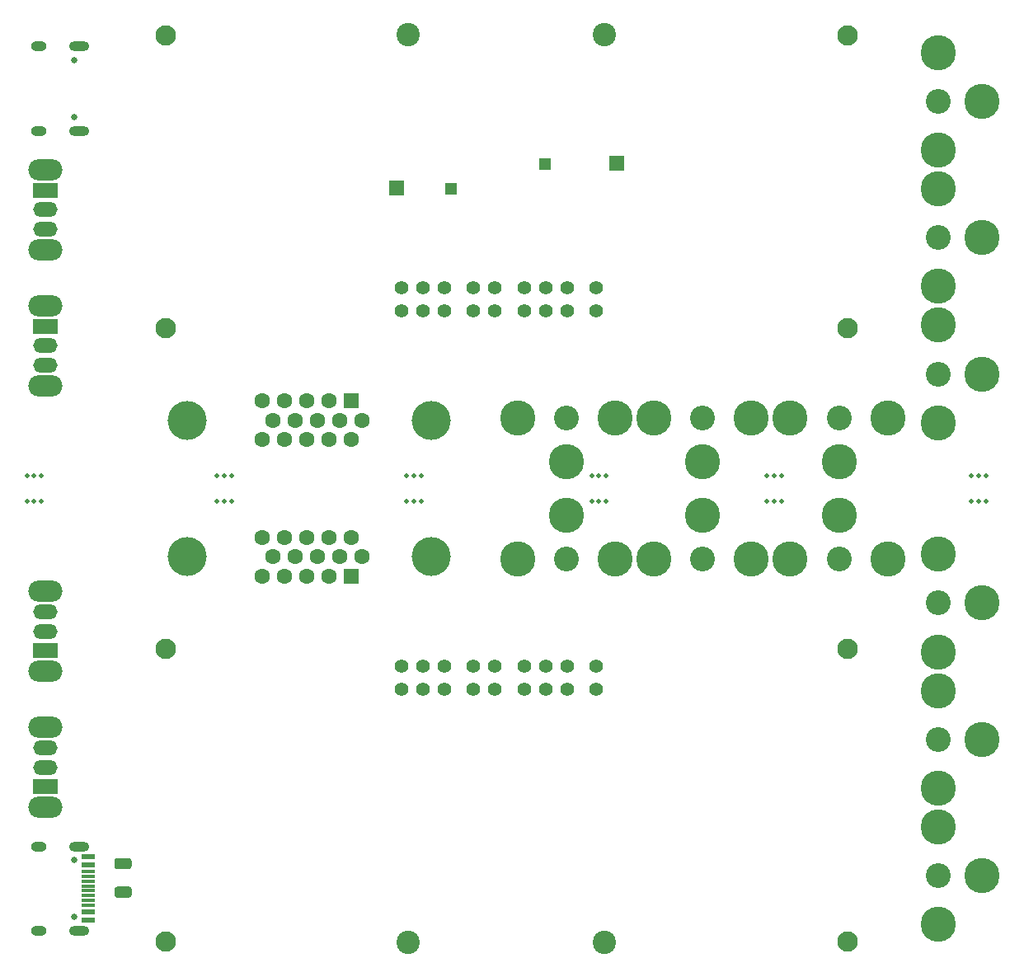
<source format=gbr>
%TF.GenerationSoftware,KiCad,Pcbnew,(5.1.10)-1*%
%TF.CreationDate,2021-12-13T12:24:24+01:00*%
%TF.ProjectId,Analog2HDMI_panel,416e616c-6f67-4324-9844-4d495f70616e,rev?*%
%TF.SameCoordinates,Original*%
%TF.FileFunction,Soldermask,Bot*%
%TF.FilePolarity,Negative*%
%FSLAX46Y46*%
G04 Gerber Fmt 4.6, Leading zero omitted, Abs format (unit mm)*
G04 Created by KiCad (PCBNEW (5.1.10)-1) date 2021-12-13 12:24:24*
%MOMM*%
%LPD*%
G01*
G04 APERTURE LIST*
%ADD10C,2.100000*%
%ADD11R,1.600000X1.600000*%
%ADD12C,1.600000*%
%ADD13C,4.000000*%
%ADD14C,3.616000*%
%ADD15C,2.550000*%
%ADD16C,2.400000*%
%ADD17C,1.400000*%
%ADD18O,1.600000X1.000000*%
%ADD19C,0.650000*%
%ADD20O,2.100000X1.000000*%
%ADD21R,1.450000X0.300000*%
%ADD22R,1.450000X0.600000*%
%ADD23R,2.500000X1.500000*%
%ADD24O,2.500000X1.500000*%
%ADD25O,3.500000X2.200000*%
%ADD26C,0.500000*%
%ADD27R,1.300000X1.300000*%
%ADD28R,1.500000X1.500000*%
G04 APERTURE END LIST*
D10*
%TO.C,H4*%
X185000000Y-118000000D03*
%TD*%
%TO.C,H1*%
X115000000Y-148000000D03*
%TD*%
%TO.C,H2*%
X115000000Y-118000000D03*
%TD*%
D11*
%TO.C,J2*%
X134060000Y-110500000D03*
D12*
X131770000Y-110500000D03*
X129480000Y-110500000D03*
X127190000Y-110500000D03*
X124900000Y-110500000D03*
X135205000Y-108520000D03*
X132915000Y-108520000D03*
X130625000Y-108520000D03*
X128335000Y-108520000D03*
X126045000Y-108520000D03*
X134060000Y-106540000D03*
X131770000Y-106540000D03*
X129480000Y-106540000D03*
X127190000Y-106540000D03*
X124900000Y-106540000D03*
D13*
X117245000Y-108450000D03*
X142245000Y-108450000D03*
%TD*%
%TO.C,R1*%
G36*
G01*
X110004998Y-139462500D02*
X111255002Y-139462500D01*
G75*
G02*
X111505000Y-139712498I0J-249998D01*
G01*
X111505000Y-140337502D01*
G75*
G02*
X111255002Y-140587500I-249998J0D01*
G01*
X110004998Y-140587500D01*
G75*
G02*
X109755000Y-140337502I0J249998D01*
G01*
X109755000Y-139712498D01*
G75*
G02*
X110004998Y-139462500I249998J0D01*
G01*
G37*
G36*
G01*
X110004998Y-142387500D02*
X111255002Y-142387500D01*
G75*
G02*
X111505000Y-142637498I0J-249998D01*
G01*
X111505000Y-143262502D01*
G75*
G02*
X111255002Y-143512500I-249998J0D01*
G01*
X110004998Y-143512500D01*
G75*
G02*
X109755000Y-143262502I0J249998D01*
G01*
X109755000Y-142637498D01*
G75*
G02*
X110004998Y-142387500I249998J0D01*
G01*
G37*
%TD*%
D14*
%TO.C,J3*%
X156145000Y-104250000D03*
X151145000Y-108750000D03*
X161145000Y-108750000D03*
D15*
X156145000Y-108750000D03*
%TD*%
%TO.C,J4*%
X170145000Y-108750000D03*
D14*
X175145000Y-108750000D03*
X165145000Y-108750000D03*
X170145000Y-104250000D03*
%TD*%
%TO.C,J5*%
X184145000Y-104250000D03*
X179145000Y-108750000D03*
X189145000Y-108750000D03*
D15*
X184145000Y-108750000D03*
%TD*%
D10*
%TO.C,H3*%
X185000000Y-148000000D03*
%TD*%
D16*
%TO.C,U1*%
X139925000Y-148075000D03*
X160075000Y-148075000D03*
D17*
X139195000Y-122135000D03*
X141415000Y-122135000D03*
X143635000Y-122135000D03*
X146615000Y-122135000D03*
X148835000Y-122135000D03*
X151815000Y-122135000D03*
X154035000Y-122135000D03*
X156255000Y-122135000D03*
X159235000Y-122135000D03*
X156255000Y-119745000D03*
X159235000Y-119745000D03*
X154035000Y-119745000D03*
X151815000Y-119745000D03*
X148835000Y-119745000D03*
X146615000Y-119745000D03*
X141415000Y-119745000D03*
X139195000Y-119745000D03*
X143635000Y-119745000D03*
%TD*%
D14*
%TO.C,J6*%
X198855000Y-127265000D03*
X194355000Y-122265000D03*
X194355000Y-132265000D03*
D15*
X194355000Y-127265000D03*
%TD*%
D14*
%TO.C,J7*%
X198855000Y-113265000D03*
X194355000Y-108265000D03*
X194355000Y-118265000D03*
D15*
X194355000Y-113265000D03*
%TD*%
%TO.C,J8*%
X194355000Y-141265000D03*
D14*
X194355000Y-146265000D03*
X194355000Y-136265000D03*
X198855000Y-141265000D03*
%TD*%
D18*
%TO.C,J1*%
X101960000Y-138245000D03*
D19*
X105610000Y-139675000D03*
D18*
X101960000Y-146885000D03*
D19*
X105610000Y-145455000D03*
D20*
X106140000Y-146885000D03*
X106140000Y-138245000D03*
D21*
X107055000Y-142815000D03*
X107055000Y-140815000D03*
X107055000Y-141315000D03*
X107055000Y-141815000D03*
X107055000Y-142315000D03*
X107055000Y-143315000D03*
X107055000Y-143815000D03*
X107055000Y-144315000D03*
D22*
X107055000Y-139315000D03*
X107055000Y-140115000D03*
X107055000Y-145015000D03*
X107055000Y-145815000D03*
X107055000Y-145815000D03*
X107055000Y-145015000D03*
X107055000Y-140115000D03*
X107055000Y-139315000D03*
%TD*%
D23*
%TO.C,SW1*%
X102616000Y-132134000D03*
D24*
X102616000Y-130134000D03*
X102616000Y-128134000D03*
D25*
X102616000Y-134234000D03*
X102616000Y-126034000D03*
%TD*%
D23*
%TO.C,SW2*%
X102616000Y-118164000D03*
D24*
X102616000Y-116164000D03*
X102616000Y-114164000D03*
D25*
X102616000Y-120264000D03*
X102616000Y-112064000D03*
%TD*%
D26*
%TO.C,mouse-bite-3mm-slot*%
X178250000Y-102800000D03*
X176750000Y-102800000D03*
X176750000Y-100200000D03*
X178250000Y-100200000D03*
X177500000Y-102800000D03*
X177500000Y-100200000D03*
%TD*%
%TO.C,mouse-bite-3mm-slot*%
X121750000Y-102800000D03*
X120250000Y-102800000D03*
X120250000Y-100200000D03*
X121750000Y-100200000D03*
X121000000Y-102800000D03*
X121000000Y-100200000D03*
%TD*%
%TO.C,mouse-bite-3mm-slot*%
X160250000Y-102800000D03*
X158750000Y-102800000D03*
X158750000Y-100200000D03*
X160250000Y-100200000D03*
X159500000Y-102800000D03*
X159500000Y-100200000D03*
%TD*%
%TO.C,mouse-bite-3mm-slot*%
X141250000Y-102800000D03*
X139750000Y-102800000D03*
X139750000Y-100200000D03*
X141250000Y-100200000D03*
X140500000Y-102800000D03*
X140500000Y-100200000D03*
%TD*%
%TO.C,mouse-bite-3mm-slot*%
X198500000Y-102800000D03*
X198500000Y-100200000D03*
X197750000Y-102800000D03*
X199250000Y-102800000D03*
X199250000Y-100200000D03*
X197750000Y-100200000D03*
%TD*%
%TO.C,mouse-bite-3mm-slot*%
X101500000Y-100200000D03*
X101500000Y-102800000D03*
X102250000Y-100200000D03*
X100750000Y-100200000D03*
X100750000Y-102800000D03*
X102250000Y-102800000D03*
%TD*%
D27*
%TO.C,U1*%
X144350000Y-70750000D03*
X153925000Y-68205000D03*
D17*
X143635000Y-83255000D03*
X139195000Y-83255000D03*
X141415000Y-83255000D03*
X146615000Y-83255000D03*
X148835000Y-83255000D03*
X151815000Y-83255000D03*
X154035000Y-83255000D03*
X159235000Y-83255000D03*
X156255000Y-83255000D03*
X159235000Y-80865000D03*
X156255000Y-80865000D03*
X154035000Y-80865000D03*
X151815000Y-80865000D03*
X148835000Y-80865000D03*
X146615000Y-80865000D03*
X143635000Y-80865000D03*
X141415000Y-80865000D03*
X139195000Y-80865000D03*
D16*
X160075000Y-54925000D03*
X139925000Y-54925000D03*
%TD*%
D28*
%TO.C,J10*%
X161290000Y-68072000D03*
%TD*%
%TO.C,J9*%
X138684000Y-70612000D03*
%TD*%
D25*
%TO.C,SW2*%
X102616000Y-90936000D03*
X102616000Y-82736000D03*
D24*
X102616000Y-88836000D03*
X102616000Y-86836000D03*
D23*
X102616000Y-84836000D03*
%TD*%
D25*
%TO.C,SW1*%
X102616000Y-76966000D03*
X102616000Y-68766000D03*
D24*
X102616000Y-74866000D03*
X102616000Y-72866000D03*
D23*
X102616000Y-70866000D03*
%TD*%
D20*
%TO.C,J1*%
X106140000Y-64755000D03*
X106140000Y-56115000D03*
D19*
X105610000Y-57545000D03*
D18*
X101960000Y-56115000D03*
D19*
X105610000Y-63325000D03*
D18*
X101960000Y-64755000D03*
%TD*%
D14*
%TO.C,J8*%
X198855000Y-61735000D03*
X194355000Y-66735000D03*
X194355000Y-56735000D03*
D15*
X194355000Y-61735000D03*
%TD*%
%TO.C,J7*%
X194355000Y-89735000D03*
D14*
X194355000Y-84735000D03*
X194355000Y-94735000D03*
X198855000Y-89735000D03*
%TD*%
D15*
%TO.C,J6*%
X194355000Y-75735000D03*
D14*
X194355000Y-70735000D03*
X194355000Y-80735000D03*
X198855000Y-75735000D03*
%TD*%
D15*
%TO.C,J5*%
X184145000Y-94250000D03*
D14*
X189145000Y-94250000D03*
X179145000Y-94250000D03*
X184145000Y-98750000D03*
%TD*%
%TO.C,J4*%
X170145000Y-98750000D03*
X165145000Y-94250000D03*
X175145000Y-94250000D03*
D15*
X170145000Y-94250000D03*
%TD*%
%TO.C,J3*%
X156145000Y-94250000D03*
D14*
X161145000Y-94250000D03*
X151145000Y-94250000D03*
X156145000Y-98750000D03*
%TD*%
D10*
%TO.C,H4*%
X185000000Y-85000000D03*
%TD*%
%TO.C,H3*%
X185000000Y-55000000D03*
%TD*%
%TO.C,H2*%
X115000000Y-85000000D03*
%TD*%
%TO.C,H1*%
X115000000Y-55000000D03*
%TD*%
D13*
%TO.C,J2*%
X142245000Y-94550000D03*
X117245000Y-94550000D03*
D12*
X124900000Y-96460000D03*
X127190000Y-96460000D03*
X129480000Y-96460000D03*
X131770000Y-96460000D03*
X134060000Y-96460000D03*
X126045000Y-94480000D03*
X128335000Y-94480000D03*
X130625000Y-94480000D03*
X132915000Y-94480000D03*
X135205000Y-94480000D03*
X124900000Y-92500000D03*
X127190000Y-92500000D03*
X129480000Y-92500000D03*
X131770000Y-92500000D03*
D11*
X134060000Y-92500000D03*
%TD*%
M02*

</source>
